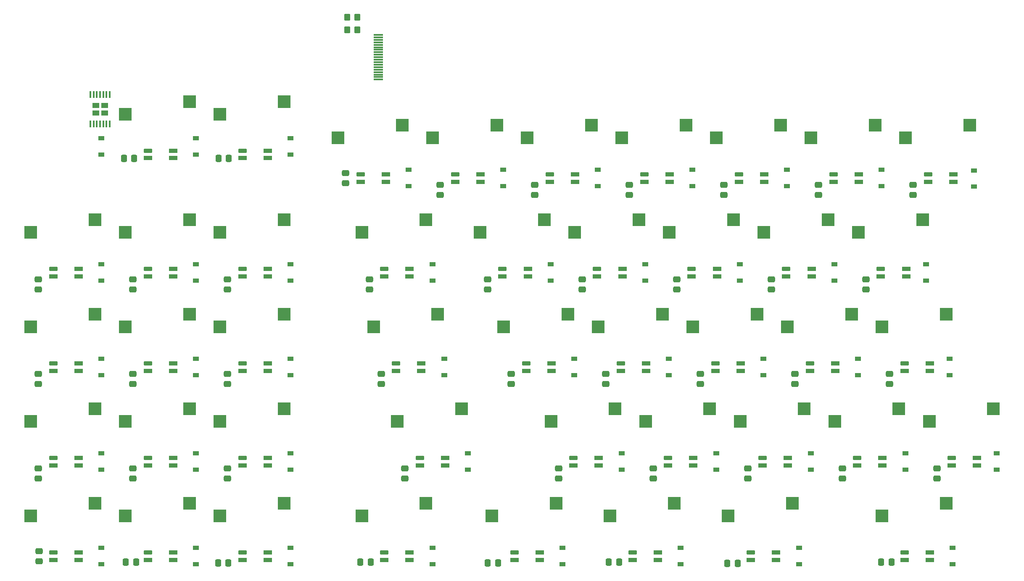
<source format=gbp>
%TF.GenerationSoftware,KiCad,Pcbnew,(6.0.5)*%
%TF.CreationDate,2022-07-14T01:39:24-06:00*%
%TF.ProjectId,kb,6b622e6b-6963-4616-945f-706362585858,rev?*%
%TF.SameCoordinates,Original*%
%TF.FileFunction,Paste,Bot*%
%TF.FilePolarity,Positive*%
%FSLAX46Y46*%
G04 Gerber Fmt 4.6, Leading zero omitted, Abs format (unit mm)*
G04 Created by KiCad (PCBNEW (6.0.5)) date 2022-07-14 01:39:24*
%MOMM*%
%LPD*%
G01*
G04 APERTURE LIST*
G04 Aperture macros list*
%AMRoundRect*
0 Rectangle with rounded corners*
0 $1 Rounding radius*
0 $2 $3 $4 $5 $6 $7 $8 $9 X,Y pos of 4 corners*
0 Add a 4 corners polygon primitive as box body*
4,1,4,$2,$3,$4,$5,$6,$7,$8,$9,$2,$3,0*
0 Add four circle primitives for the rounded corners*
1,1,$1+$1,$2,$3*
1,1,$1+$1,$4,$5*
1,1,$1+$1,$6,$7*
1,1,$1+$1,$8,$9*
0 Add four rect primitives between the rounded corners*
20,1,$1+$1,$2,$3,$4,$5,0*
20,1,$1+$1,$4,$5,$6,$7,0*
20,1,$1+$1,$6,$7,$8,$9,0*
20,1,$1+$1,$8,$9,$2,$3,0*%
G04 Aperture macros list end*
%ADD10RoundRect,0.250000X0.350000X0.450000X-0.350000X0.450000X-0.350000X-0.450000X0.350000X-0.450000X0*%
%ADD11R,2.550000X2.500000*%
%ADD12RoundRect,0.250000X0.475000X-0.337500X0.475000X0.337500X-0.475000X0.337500X-0.475000X-0.337500X0*%
%ADD13R,1.200000X0.900000*%
%ADD14RoundRect,0.250000X-0.475000X0.337500X-0.475000X-0.337500X0.475000X-0.337500X0.475000X0.337500X0*%
%ADD15R,1.700000X0.820000*%
%ADD16RoundRect,0.205000X0.645000X0.205000X-0.645000X0.205000X-0.645000X-0.205000X0.645000X-0.205000X0*%
%ADD17RoundRect,0.250000X0.337500X0.475000X-0.337500X0.475000X-0.337500X-0.475000X0.337500X-0.475000X0*%
%ADD18R,1.900000X0.300000*%
%ADD19R,0.450000X1.450000*%
%ADD20R,1.400000X1.100000*%
G04 APERTURE END LIST*
D10*
%TO.C,R2*%
X95996000Y-47117000D03*
X93996000Y-47117000D03*
%TD*%
%TO.C,R1*%
X95996000Y-44577000D03*
X93996000Y-44577000D03*
%TD*%
D11*
%TO.C,MX22*%
X125471250Y-106997500D03*
X138398250Y-104457500D03*
%TD*%
%TO.C,MX14*%
X139758750Y-87947500D03*
X152685750Y-85407500D03*
%TD*%
%TO.C,MX2*%
X68321250Y-64135000D03*
X81248250Y-61595000D03*
%TD*%
%TO.C,MX24*%
X163571250Y-106997500D03*
X176498250Y-104457500D03*
%TD*%
%TO.C,MX34*%
X192146250Y-126047500D03*
X205073250Y-123507500D03*
%TD*%
%TO.C,MX15*%
X158808750Y-87947500D03*
X171735750Y-85407500D03*
%TD*%
%TO.C,MX43*%
X201671250Y-145097500D03*
X214598250Y-142557500D03*
%TD*%
%TO.C,MX18*%
X30221250Y-106997500D03*
X43148250Y-104457500D03*
%TD*%
%TO.C,MX7*%
X168333750Y-68897500D03*
X181260750Y-66357500D03*
%TD*%
%TO.C,MX26*%
X201671250Y-106997500D03*
X214598250Y-104457500D03*
%TD*%
%TO.C,MX10*%
X49271250Y-87947500D03*
X62198250Y-85407500D03*
%TD*%
%TO.C,MX11*%
X68321250Y-87947500D03*
X81248250Y-85407500D03*
%TD*%
%TO.C,MX27*%
X30221250Y-126047500D03*
X43148250Y-123507500D03*
%TD*%
%TO.C,MX25*%
X182621250Y-106997500D03*
X195548250Y-104457500D03*
%TD*%
%TO.C,MX21*%
X99277500Y-106997500D03*
X112204500Y-104457500D03*
%TD*%
%TO.C,MX37*%
X49271250Y-145097500D03*
X62198250Y-142557500D03*
%TD*%
%TO.C,MX13*%
X120708750Y-87947500D03*
X133635750Y-85407500D03*
%TD*%
%TO.C,MX35*%
X211196250Y-126047500D03*
X224123250Y-123507500D03*
%TD*%
%TO.C,MX28*%
X49271250Y-126047500D03*
X62198250Y-123507500D03*
%TD*%
%TO.C,MX3*%
X92133750Y-68897500D03*
X105060750Y-66357500D03*
%TD*%
%TO.C,MX9*%
X30221250Y-87947500D03*
X43148250Y-85407500D03*
%TD*%
%TO.C,MX1*%
X49271250Y-64135000D03*
X62198250Y-61595000D03*
%TD*%
%TO.C,MX32*%
X154046250Y-126047500D03*
X166973250Y-123507500D03*
%TD*%
%TO.C,MX40*%
X123090000Y-145097500D03*
X136017000Y-142557500D03*
%TD*%
%TO.C,MX5*%
X130233750Y-68897500D03*
X143160750Y-66357500D03*
%TD*%
%TO.C,MX39*%
X96896250Y-145097500D03*
X109823250Y-142557500D03*
%TD*%
%TO.C,MX16*%
X177858750Y-87947500D03*
X190785750Y-85407500D03*
%TD*%
%TO.C,MX38*%
X68321250Y-145097500D03*
X81248250Y-142557500D03*
%TD*%
%TO.C,MX31*%
X134996250Y-126047500D03*
X147923250Y-123507500D03*
%TD*%
%TO.C,MX8*%
X187383750Y-68897500D03*
X200310750Y-66357500D03*
%TD*%
%TO.C,MX41*%
X146902500Y-145097500D03*
X159829500Y-142557500D03*
%TD*%
%TO.C,MX20*%
X68321250Y-106997500D03*
X81248250Y-104457500D03*
%TD*%
%TO.C,MX17*%
X196908750Y-87947500D03*
X209835750Y-85407500D03*
%TD*%
%TO.C,MX4*%
X111183750Y-68897500D03*
X124110750Y-66357500D03*
%TD*%
%TO.C,MX42*%
X170715000Y-145097500D03*
X183642000Y-142557500D03*
%TD*%
%TO.C,MX23*%
X144521250Y-106997500D03*
X157448250Y-104457500D03*
%TD*%
%TO.C,MX33*%
X173096250Y-126047500D03*
X186023250Y-123507500D03*
%TD*%
%TO.C,MX36*%
X30221250Y-145097500D03*
X43148250Y-142557500D03*
%TD*%
%TO.C,MX12*%
X96896250Y-87947500D03*
X109823250Y-85407500D03*
%TD*%
%TO.C,MX30*%
X104040000Y-126047500D03*
X116967000Y-123507500D03*
%TD*%
%TO.C,MX29*%
X68321250Y-126047500D03*
X81248250Y-123507500D03*
%TD*%
%TO.C,MX19*%
X49271250Y-106997500D03*
X62198250Y-104457500D03*
%TD*%
%TO.C,MX6*%
X149283750Y-68897500D03*
X162210750Y-66357500D03*
%TD*%
%TO.C,MX44*%
X206433750Y-68897500D03*
X219360750Y-66357500D03*
%TD*%
D12*
%TO.C,C3*%
X93662500Y-78031250D03*
X93662500Y-75956250D03*
%TD*%
D13*
%TO.C,D26*%
X215265000Y-116743750D03*
X215265000Y-113443750D03*
%TD*%
%TO.C,D12*%
X111125000Y-97693750D03*
X111125000Y-94393750D03*
%TD*%
%TO.C,D38*%
X82550000Y-154843750D03*
X82550000Y-151543750D03*
%TD*%
%TO.C,D39*%
X111125000Y-154843750D03*
X111125000Y-151543750D03*
%TD*%
%TO.C,D36*%
X44450000Y-154843750D03*
X44450000Y-151543750D03*
%TD*%
D14*
%TO.C,C26*%
X203200000Y-116437500D03*
X203200000Y-118512500D03*
%TD*%
D15*
%TO.C,D110*%
X58906250Y-96793750D03*
X58906250Y-95293750D03*
D16*
X53806250Y-95293750D03*
D15*
X53806250Y-96793750D03*
%TD*%
D14*
%TO.C,C8*%
X188912500Y-78337500D03*
X188912500Y-80412500D03*
%TD*%
D15*
%TO.C,D138*%
X77956250Y-153943750D03*
X77956250Y-152443750D03*
D16*
X72856250Y-152443750D03*
D15*
X72856250Y-153943750D03*
%TD*%
%TO.C,D101*%
X58906250Y-72981250D03*
X58906250Y-71481250D03*
D16*
X53806250Y-71481250D03*
D15*
X53806250Y-72981250D03*
%TD*%
D13*
%TO.C,D40*%
X137318750Y-154843750D03*
X137318750Y-151543750D03*
%TD*%
%TO.C,D22*%
X139700000Y-116743750D03*
X139700000Y-113443750D03*
%TD*%
%TO.C,D29*%
X82550000Y-135793750D03*
X82550000Y-132493750D03*
%TD*%
D14*
%TO.C,C34*%
X193675000Y-135487500D03*
X193675000Y-137562500D03*
%TD*%
D15*
%TO.C,D130*%
X113675000Y-134893750D03*
X113675000Y-133393750D03*
D16*
X108575000Y-133393750D03*
D15*
X108575000Y-134893750D03*
%TD*%
D14*
%TO.C,C27*%
X31750000Y-135487500D03*
X31750000Y-137562500D03*
%TD*%
D15*
%TO.C,D117*%
X206543750Y-96793750D03*
X206543750Y-95293750D03*
D16*
X201443750Y-95293750D03*
D15*
X201443750Y-96793750D03*
%TD*%
%TO.C,D144*%
X216068750Y-77743750D03*
X216068750Y-76243750D03*
D16*
X210968750Y-76243750D03*
D15*
X210968750Y-77743750D03*
%TD*%
D14*
%TO.C,C32*%
X155575000Y-135487500D03*
X155575000Y-137562500D03*
%TD*%
D15*
%TO.C,D106*%
X158918750Y-77743750D03*
X158918750Y-76243750D03*
D16*
X153818750Y-76243750D03*
D15*
X153818750Y-77743750D03*
%TD*%
D17*
%TO.C,C40*%
X124354500Y-154559000D03*
X122279500Y-154559000D03*
%TD*%
D13*
%TO.C,D25*%
X196850000Y-116743750D03*
X196850000Y-113443750D03*
%TD*%
D15*
%TO.C,D137*%
X58906250Y-153943750D03*
X58906250Y-152443750D03*
D16*
X53806250Y-152443750D03*
D15*
X53806250Y-153943750D03*
%TD*%
D17*
%TO.C,C39*%
X98700500Y-154432000D03*
X96625500Y-154432000D03*
%TD*%
D13*
%TO.C,D8*%
X201612500Y-78643750D03*
X201612500Y-75343750D03*
%TD*%
%TO.C,D28*%
X63500000Y-135793750D03*
X63500000Y-132493750D03*
%TD*%
D15*
%TO.C,D128*%
X58906250Y-134893750D03*
X58906250Y-133393750D03*
D16*
X53806250Y-133393750D03*
D15*
X53806250Y-134893750D03*
%TD*%
%TO.C,D136*%
X39856250Y-153943750D03*
X39856250Y-152443750D03*
D16*
X34756250Y-152443750D03*
D15*
X34756250Y-153943750D03*
%TD*%
%TO.C,D109*%
X39856250Y-96793750D03*
X39856250Y-95293750D03*
D16*
X34756250Y-95293750D03*
D15*
X34756250Y-96793750D03*
%TD*%
%TO.C,D127*%
X39856250Y-134893750D03*
X39856250Y-133393750D03*
D16*
X34756250Y-133393750D03*
D15*
X34756250Y-134893750D03*
%TD*%
%TO.C,D119*%
X58906250Y-115843750D03*
X58906250Y-114343750D03*
D16*
X53806250Y-114343750D03*
D15*
X53806250Y-115843750D03*
%TD*%
D13*
%TO.C,D5*%
X144462500Y-78643750D03*
X144462500Y-75343750D03*
%TD*%
D14*
%TO.C,C30*%
X105568750Y-135487500D03*
X105568750Y-137562500D03*
%TD*%
D13*
%TO.C,D32*%
X168275000Y-135793750D03*
X168275000Y-132493750D03*
%TD*%
D14*
%TO.C,C17*%
X198437500Y-97387500D03*
X198437500Y-99462500D03*
%TD*%
D15*
%TO.C,D104*%
X120818750Y-77743750D03*
X120818750Y-76243750D03*
D16*
X115718750Y-76243750D03*
D15*
X115718750Y-77743750D03*
%TD*%
D14*
%TO.C,C19*%
X50800000Y-116437500D03*
X50800000Y-118512500D03*
%TD*%
D13*
%TO.C,D4*%
X125412500Y-78643750D03*
X125412500Y-75343750D03*
%TD*%
%TO.C,D35*%
X224790000Y-135793750D03*
X224790000Y-132493750D03*
%TD*%
%TO.C,D44*%
X220218000Y-78739000D03*
X220218000Y-75439000D03*
%TD*%
D17*
%TO.C,C2*%
X70093750Y-73025000D03*
X68018750Y-73025000D03*
%TD*%
D13*
%TO.C,D18*%
X44450000Y-116743750D03*
X44450000Y-113443750D03*
%TD*%
%TO.C,D11*%
X82550000Y-97693750D03*
X82550000Y-94393750D03*
%TD*%
D15*
%TO.C,D114*%
X149393750Y-96793750D03*
X149393750Y-95293750D03*
D16*
X144293750Y-95293750D03*
D15*
X144293750Y-96793750D03*
%TD*%
D17*
%TO.C,C43*%
X203602500Y-154432000D03*
X201527500Y-154432000D03*
%TD*%
D13*
%TO.C,D41*%
X161131250Y-154843750D03*
X161131250Y-151543750D03*
%TD*%
D17*
%TO.C,C42*%
X172614500Y-154686000D03*
X170539500Y-154686000D03*
%TD*%
D13*
%TO.C,D31*%
X149225000Y-135793750D03*
X149225000Y-132493750D03*
%TD*%
D15*
%TO.C,D132*%
X163681250Y-134893750D03*
X163681250Y-133393750D03*
D16*
X158581250Y-133393750D03*
D15*
X158581250Y-134893750D03*
%TD*%
%TO.C,D108*%
X197018750Y-77743750D03*
X197018750Y-76243750D03*
D16*
X191918750Y-76243750D03*
D15*
X191918750Y-77743750D03*
%TD*%
D13*
%TO.C,D37*%
X63500000Y-154843750D03*
X63500000Y-151543750D03*
%TD*%
D15*
%TO.C,D121*%
X108912500Y-115843750D03*
X108912500Y-114343750D03*
D16*
X103812500Y-114343750D03*
D15*
X103812500Y-115843750D03*
%TD*%
%TO.C,D112*%
X106531250Y-96793750D03*
X106531250Y-95293750D03*
D16*
X101431250Y-95293750D03*
D15*
X101431250Y-96793750D03*
%TD*%
D13*
%TO.C,D42*%
X184943750Y-154843750D03*
X184943750Y-151543750D03*
%TD*%
D17*
%TO.C,C1*%
X51043750Y-73025000D03*
X48968750Y-73025000D03*
%TD*%
D12*
%TO.C,C36*%
X31877000Y-154231250D03*
X31877000Y-152156250D03*
%TD*%
D13*
%TO.C,D33*%
X187325000Y-135793750D03*
X187325000Y-132493750D03*
%TD*%
D15*
%TO.C,D105*%
X139868750Y-77743750D03*
X139868750Y-76243750D03*
D16*
X134768750Y-76243750D03*
D15*
X134768750Y-77743750D03*
%TD*%
%TO.C,D125*%
X192256250Y-115843750D03*
X192256250Y-114343750D03*
D16*
X187156250Y-114343750D03*
D15*
X187156250Y-115843750D03*
%TD*%
D14*
%TO.C,C31*%
X136525000Y-135487500D03*
X136525000Y-137562500D03*
%TD*%
D13*
%TO.C,D14*%
X153987500Y-97693750D03*
X153987500Y-94393750D03*
%TD*%
%TO.C,D7*%
X182562500Y-78643750D03*
X182562500Y-75343750D03*
%TD*%
D18*
%TO.C,J2*%
X100240750Y-57137500D03*
X100240750Y-56637500D03*
X100240750Y-56137500D03*
X100240750Y-55637500D03*
X100240750Y-55137500D03*
X100240750Y-54637500D03*
X100240750Y-54137500D03*
X100240750Y-53637500D03*
X100240750Y-53137500D03*
X100240750Y-52637500D03*
X100240750Y-52137500D03*
X100240750Y-51637500D03*
X100240750Y-51137500D03*
X100240750Y-50637500D03*
X100240750Y-50137500D03*
X100240750Y-49637500D03*
X100240750Y-49137500D03*
X100240750Y-48637500D03*
X100240750Y-48137500D03*
%TD*%
D15*
%TO.C,D139*%
X106531250Y-153943750D03*
X106531250Y-152443750D03*
D16*
X101431250Y-152443750D03*
D15*
X101431250Y-153943750D03*
%TD*%
D14*
%TO.C,C12*%
X98425000Y-97387500D03*
X98425000Y-99462500D03*
%TD*%
%TO.C,C20*%
X69850000Y-116437500D03*
X69850000Y-118512500D03*
%TD*%
D15*
%TO.C,D113*%
X130343750Y-96793750D03*
X130343750Y-95293750D03*
D16*
X125243750Y-95293750D03*
D15*
X125243750Y-96793750D03*
%TD*%
D14*
%TO.C,C21*%
X100806250Y-116437500D03*
X100806250Y-118512500D03*
%TD*%
%TO.C,C6*%
X150812500Y-78337500D03*
X150812500Y-80412500D03*
%TD*%
D13*
%TO.C,D0*%
X44450000Y-72293750D03*
X44450000Y-68993750D03*
%TD*%
%TO.C,D30*%
X118268750Y-135793750D03*
X118268750Y-132493750D03*
%TD*%
D14*
%TO.C,C11*%
X69850000Y-97387500D03*
X69850000Y-99462500D03*
%TD*%
D15*
%TO.C,D131*%
X144631250Y-134893750D03*
X144631250Y-133393750D03*
D16*
X139531250Y-133393750D03*
D15*
X139531250Y-134893750D03*
%TD*%
%TO.C,D135*%
X220831250Y-134893750D03*
X220831250Y-133393750D03*
D16*
X215731250Y-133393750D03*
D15*
X215731250Y-134893750D03*
%TD*%
D14*
%TO.C,C22*%
X127000000Y-116437500D03*
X127000000Y-118512500D03*
%TD*%
D15*
%TO.C,D120*%
X77956250Y-115843750D03*
X77956250Y-114343750D03*
D16*
X72856250Y-114343750D03*
D15*
X72856250Y-115843750D03*
%TD*%
%TO.C,D143*%
X211306250Y-153943750D03*
X211306250Y-152443750D03*
D16*
X206206250Y-152443750D03*
D15*
X206206250Y-153943750D03*
%TD*%
D14*
%TO.C,C16*%
X179387500Y-97387500D03*
X179387500Y-99462500D03*
%TD*%
D13*
%TO.C,D1*%
X63500000Y-72293750D03*
X63500000Y-68993750D03*
%TD*%
D17*
%TO.C,C37*%
X51456500Y-154432000D03*
X49381500Y-154432000D03*
%TD*%
D14*
%TO.C,C9*%
X31750000Y-97387500D03*
X31750000Y-99462500D03*
%TD*%
D13*
%TO.C,D17*%
X210566000Y-97662000D03*
X210566000Y-94362000D03*
%TD*%
%TO.C,D6*%
X163512500Y-78643750D03*
X163512500Y-75343750D03*
%TD*%
%TO.C,D21*%
X113506250Y-116743750D03*
X113506250Y-113443750D03*
%TD*%
D14*
%TO.C,C24*%
X165100000Y-116437500D03*
X165100000Y-118512500D03*
%TD*%
D15*
%TO.C,D141*%
X156537500Y-153943750D03*
X156537500Y-152443750D03*
D16*
X151437500Y-152443750D03*
D15*
X151437500Y-153943750D03*
%TD*%
D14*
%TO.C,C35*%
X212725000Y-135487500D03*
X212725000Y-137562500D03*
%TD*%
D13*
%TO.C,D23*%
X158750000Y-116743750D03*
X158750000Y-113443750D03*
%TD*%
D15*
%TO.C,D126*%
X211306250Y-115843750D03*
X211306250Y-114343750D03*
D16*
X206206250Y-114343750D03*
D15*
X206206250Y-115843750D03*
%TD*%
D13*
%TO.C,D20*%
X82550000Y-116743750D03*
X82550000Y-113443750D03*
%TD*%
%TO.C,D16*%
X192087500Y-97693750D03*
X192087500Y-94393750D03*
%TD*%
D14*
%TO.C,C4*%
X112712500Y-78337500D03*
X112712500Y-80412500D03*
%TD*%
D13*
%TO.C,D9*%
X44450000Y-97693750D03*
X44450000Y-94393750D03*
%TD*%
D14*
%TO.C,C18*%
X31750000Y-116437500D03*
X31750000Y-118512500D03*
%TD*%
D15*
%TO.C,D134*%
X201781250Y-134893750D03*
X201781250Y-133393750D03*
D16*
X196681250Y-133393750D03*
D15*
X196681250Y-134893750D03*
%TD*%
D13*
%TO.C,D2*%
X82550000Y-72293750D03*
X82550000Y-68993750D03*
%TD*%
%TO.C,D13*%
X134937500Y-97693750D03*
X134937500Y-94393750D03*
%TD*%
D17*
%TO.C,C41*%
X148738500Y-154432000D03*
X146663500Y-154432000D03*
%TD*%
D15*
%TO.C,D116*%
X187493750Y-96793750D03*
X187493750Y-95293750D03*
D16*
X182393750Y-95293750D03*
D15*
X182393750Y-96793750D03*
%TD*%
%TO.C,D140*%
X132725000Y-153943750D03*
X132725000Y-152443750D03*
D16*
X127625000Y-152443750D03*
D15*
X127625000Y-153943750D03*
%TD*%
D14*
%TO.C,C14*%
X141287500Y-97387500D03*
X141287500Y-99462500D03*
%TD*%
%TO.C,C5*%
X131762500Y-78337500D03*
X131762500Y-80412500D03*
%TD*%
D13*
%TO.C,D24*%
X177800000Y-116743750D03*
X177800000Y-113443750D03*
%TD*%
D15*
%TO.C,D124*%
X173206250Y-115843750D03*
X173206250Y-114343750D03*
D16*
X168106250Y-114343750D03*
D15*
X168106250Y-115843750D03*
%TD*%
D14*
%TO.C,C33*%
X174625000Y-135487500D03*
X174625000Y-137562500D03*
%TD*%
D15*
%TO.C,D102*%
X77956250Y-72981250D03*
X77956250Y-71481250D03*
D16*
X72856250Y-71481250D03*
D15*
X72856250Y-72981250D03*
%TD*%
D14*
%TO.C,C15*%
X160337500Y-97387500D03*
X160337500Y-99462500D03*
%TD*%
D15*
%TO.C,D123*%
X154156250Y-115843750D03*
X154156250Y-114343750D03*
D16*
X149056250Y-114343750D03*
D15*
X149056250Y-115843750D03*
%TD*%
D13*
%TO.C,D3*%
X106362500Y-78643750D03*
X106362500Y-75343750D03*
%TD*%
D14*
%TO.C,C13*%
X122237500Y-97387500D03*
X122237500Y-99462500D03*
%TD*%
%TO.C,C23*%
X146050000Y-116437500D03*
X146050000Y-118512500D03*
%TD*%
D15*
%TO.C,D103*%
X101768750Y-77743750D03*
X101768750Y-76243750D03*
D16*
X96668750Y-76243750D03*
D15*
X96668750Y-77743750D03*
%TD*%
D13*
%TO.C,D19*%
X63500000Y-116743750D03*
X63500000Y-113443750D03*
%TD*%
D15*
%TO.C,D142*%
X180350000Y-153943750D03*
X180350000Y-152443750D03*
D16*
X175250000Y-152443750D03*
D15*
X175250000Y-153943750D03*
%TD*%
%TO.C,D111*%
X77956250Y-96793750D03*
X77956250Y-95293750D03*
D16*
X72856250Y-95293750D03*
D15*
X72856250Y-96793750D03*
%TD*%
D13*
%TO.C,D34*%
X206375000Y-135793750D03*
X206375000Y-132493750D03*
%TD*%
D14*
%TO.C,C25*%
X184150000Y-116437500D03*
X184150000Y-118512500D03*
%TD*%
D15*
%TO.C,D118*%
X39856250Y-115843750D03*
X39856250Y-114343750D03*
D16*
X34756250Y-114343750D03*
D15*
X34756250Y-115843750D03*
%TD*%
D19*
%TO.C,U2*%
X42246000Y-60169000D03*
X42896000Y-60169000D03*
X43546000Y-60169000D03*
X44196000Y-60169000D03*
X44846000Y-60169000D03*
X45496000Y-60169000D03*
X46146000Y-60169000D03*
X46146000Y-66069000D03*
X45496000Y-66069000D03*
X44846000Y-66069000D03*
X44196000Y-66069000D03*
X43546000Y-66069000D03*
X42896000Y-66069000D03*
X42246000Y-66069000D03*
D20*
X43296000Y-63869000D03*
X43296000Y-62369000D03*
X45096000Y-62369000D03*
X45096000Y-63869000D03*
%TD*%
D14*
%TO.C,C29*%
X69850000Y-135487500D03*
X69850000Y-137562500D03*
%TD*%
D15*
%TO.C,D133*%
X182731250Y-134893750D03*
X182731250Y-133393750D03*
D16*
X177631250Y-133393750D03*
D15*
X177631250Y-134893750D03*
%TD*%
D13*
%TO.C,D43*%
X215900000Y-154843750D03*
X215900000Y-151543750D03*
%TD*%
%TO.C,D27*%
X44450000Y-135793750D03*
X44450000Y-132493750D03*
%TD*%
D15*
%TO.C,D107*%
X177968750Y-77743750D03*
X177968750Y-76243750D03*
D16*
X172868750Y-76243750D03*
D15*
X172868750Y-77743750D03*
%TD*%
%TO.C,D115*%
X168443750Y-96793750D03*
X168443750Y-95293750D03*
D16*
X163343750Y-95293750D03*
D15*
X163343750Y-96793750D03*
%TD*%
D14*
%TO.C,C7*%
X169862500Y-78337500D03*
X169862500Y-80412500D03*
%TD*%
D15*
%TO.C,D122*%
X135106250Y-115843750D03*
X135106250Y-114343750D03*
D16*
X130006250Y-114343750D03*
D15*
X130006250Y-115843750D03*
%TD*%
%TO.C,D129*%
X77956250Y-134893750D03*
X77956250Y-133393750D03*
D16*
X72856250Y-133393750D03*
D15*
X72856250Y-134893750D03*
%TD*%
D17*
%TO.C,C38*%
X70023900Y-154533600D03*
X67948900Y-154533600D03*
%TD*%
D13*
%TO.C,D10*%
X63500000Y-97693750D03*
X63500000Y-94393750D03*
%TD*%
%TO.C,D15*%
X173037500Y-97693750D03*
X173037500Y-94393750D03*
%TD*%
D14*
%TO.C,C28*%
X50800000Y-135487500D03*
X50800000Y-137562500D03*
%TD*%
%TO.C,C10*%
X50800000Y-97387500D03*
X50800000Y-99462500D03*
%TD*%
%TO.C,C44*%
X207962500Y-78337500D03*
X207962500Y-80412500D03*
%TD*%
M02*

</source>
